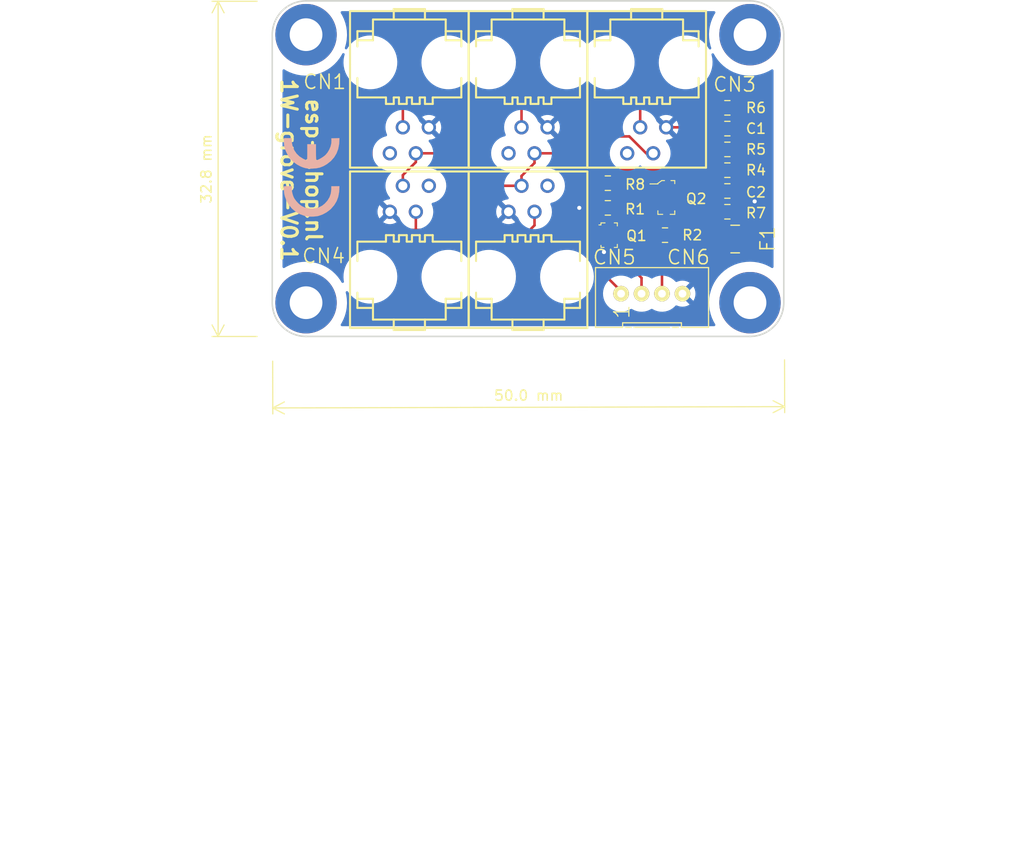
<source format=kicad_pcb>
(kicad_pcb (version 20211014) (generator pcbnew)
  (layers (0 "F.Cu" signal) (31 "B.Cu" signal) (34 "B.Paste" user) (35 "F.Paste" user) (36 "B.SilkS" user "B.Silkscreen") (37 "F.SilkS" user "F.Silkscreen") (38 "B.Mask" user) (39 "F.Mask" user) (44 "Edge.Cuts" user))
  (net 0 "")
  (net 5 "Net-(Q1-Pad3)")
  (net 6 "Net-(C1-Pad1)")
  (net 7 "Net-(C2-Pad1)")
  (net 11 "Net-(F1-Pad2)")
  (net 14 "Net-(CN2-Pad2)")
  (net 15 "Net-(CN2-Pad3)")
  (net 16 "Net-(C1-Pad2)")
  (net 17 "Net-(R4-Pad1)")
  (net 18 "Net-(Q1-Pad1)")
  (net 19 "Net-(Q2-Pad2)")
  (footprint "1w-esp32-v0.4:schroef_3.5mm" (layer "F.Cu") (at 53.3 53.3)
    (fp_text reference "U4" hide)
    (fp_text value "schroef_3.5mm" hide)
    (pad "1" thru_hole circle locked (at 0 0) (size 6 6) (drill 3.2) (layers *.Cu *.Mask))
  )
  (footprint "1w-esp32-v0.4:schroef_3.5mm" (layer "F.Cu") (at 53.3 79.502)
    (fp_text reference "U6" hide)
    (fp_text value "schroef_3.5mm" hide)
    (pad "1" thru_hole circle locked (at 0 0) (size 6 6) (drill 3.2) (layers *.Cu *.Mask))
  )
  (footprint "1w-esp32-v0.4:schroef_3.5mm" (layer "F.Cu") (at 86.75 53.3)
    (fp_text reference "U10" hide)
    (fp_text value "schroef_3.5mm" hide)
    (pad "1" thru_hole circle (at 9.95 0) (size 6 6) (drill 3.2) (layers *.Cu *.Mask))
  )
  (footprint "1w-esp32-v0.4:schroef_3.5mm" (layer "F.Cu") (at 96.774 92.858548)
    (fp_text reference "U11" hide)
    (fp_text value "schroef_3.5mm" hide)
    (pad "1" thru_hole circle (at -0.074 -13.358548) (size 6 6) (drill 3.2) (layers *.Cu *.Mask))
  )
  (footprint "1wire-v0.4:C_0805_2012Metric" (layer "F.Cu") (at 94.488 62.484 180)
    (fp_text reference "C1" (at -2.794 0) (layer "F.SilkS"))
    (fp_text value "100pF")
    (fp_line (start -0.258578 0.71) (end 0.258578 0.71) (layer "F.SilkS") (width 0.12))
    (fp_line (start -0.258578 -0.71) (end 0.258578 -0.71) (layer "F.SilkS") (width 0.12))
    (pad "1" smd roundrect locked (at -0.9375 0 180) (size 0.975 1.4) (layers "F.Cu" "F.Paste" "F.Mask") (net 6 "Net-(C1-Pad1)"))
    (pad "2" smd roundrect locked (at 0.9375 0 180) (size 0.975 1.4) (layers "F.Cu" "F.Paste" "F.Mask") (net 16 "Net-(C1-Pad2)"))
  )
  (footprint "1wire-v0.4:C_0805_2012Metric" (layer "F.Cu") (at 94.488 68.58)
    (fp_text reference "C2" (at 2.794 0.127) (layer "F.SilkS"))
    (fp_text value "100nF")
    (fp_line (start -0.258578 0.71) (end 0.258578 0.71) (layer "F.SilkS") (width 0.12))
    (fp_line (start -0.258578 -0.71) (end 0.258578 -0.71) (layer "F.SilkS") (width 0.12))
    (pad "1" smd roundrect locked (at -0.9375 0) (size 0.975 1.4) (layers "F.Cu" "F.Paste" "F.Mask") (net 7 "Net-(C2-Pad1)"))
    (pad "2" smd roundrect locked (at 0.9375 0) (size 0.975 1.4) (layers "F.Cu" "F.Paste" "F.Mask") (net 16 "Net-(C1-Pad2)"))
  )
  (footprint "1wire-v0.4:SOT-323" (layer "F.Cu") (at 82.931 72.898)
    (fp_text reference "Q1" (at 2.667 0.066) (layer "F.SilkS"))
    (fp_text value "BSS138BKW")
    (fp_line (start -0.8 -1.2) (end -0.8 -1) (layer "F.SilkS") (width 0.1))
    (fp_line (start 0.8 -1.2) (end 0.8 -0.9) (layer "F.SilkS") (width 0.1))
    (fp_line (start 0.8 1.2) (end 0.8 0.9) (layer "F.SilkS") (width 0.1))
    (fp_line (start -0.8 -1) (end -1 -1) (layer "F.SilkS") (width 0.1))
    (fp_line (start -0.8 1.2) (end -0.5 1.2) (layer "F.SilkS") (width 0.1))
    (fp_line (start -0.8 1) (end -0.8 1.2) (layer "F.SilkS") (width 0.1))
    (fp_line (start 0.5 1.2) (end 0.8 1.2) (layer "F.SilkS") (width 0.1))
    (fp_line (start 0.5 -1.2) (end 0.8 -1.2) (layer "F.SilkS") (width 0.1))
    (fp_line (start -0.4 -1.2) (end -0.8 -1.2) (layer "F.SilkS") (width 0.1))
    (pad "1" smd rect locked (at -0.925 -0.65) (size 0.55 0.6) (layers "F.Cu" "F.Paste" "F.Mask") (net 18 "Net-(Q1-Pad1)"))
    (pad "2" smd rect locked (at -0.925 0.65) (size 0.55 0.6) (layers "F.Cu" "F.Paste" "F.Mask") (net 16 "Net-(C1-Pad2)"))
    (pad "3" smd rect locked (at 0.925 0) (size 0.55 0.6) (layers "F.Cu" "F.Paste" "F.Mask") (net 5 "Net-(Q1-Pad3)"))
  )
  (footprint "1wire-v0.4:SOT-23-3" (layer "F.Cu") (at 88.519 69.215)
    (fp_text reference "Q2" (at 2.921 0.127) (layer "F.SilkS"))
    (fp_text value "NX2301P")
    (fp_line (start -0.175 -1.65) (end -0.45 -1.65) (layer "F.SilkS") (width 0.1))
    (fp_line (start 0.45 -1.65) (end 0.825 -1.65) (layer "F.SilkS") (width 0.1))
    (fp_line (start -0.825 1.65) (end -0.825 1.3) (layer "F.SilkS") (width 0.1))
    (fp_line (start -0.825 -1.325) (end -1.6 -1.325) (layer "F.SilkS") (width 0.1))
    (fp_line (start -0.45 -1.65) (end -0.825 -1.375) (layer "F.SilkS") (width 0.1))
    (fp_line (start 0.825 1.65) (end 0.375 1.65) (layer "F.SilkS") (width 0.1))
    (fp_line (start 0.825 1.425) (end 0.825 1.3) (layer "F.SilkS") (width 0.1))
    (fp_line (start 0.825 -1.65) (end 0.825 -1.35) (layer "F.SilkS") (width 0.1))
    (fp_line (start 0.825 1.35) (end 0.825 1.65) (layer "F.SilkS") (width 0.1))
    (fp_line (start -0.825 -1.375) (end -0.825 -1.325) (layer "F.SilkS") (width 0.1))
    (fp_line (start -0.35 1.65) (end -0.825 1.65) (layer "F.SilkS") (width 0.1))
    (pad "1" smd rect locked (at -1.05 -0.95) (size 1.3 0.6) (layers "F.Cu" "F.Paste" "F.Mask") (net 5 "Net-(Q1-Pad3)"))
    (pad "2" smd rect locked (at -1.05 0.95) (size 1.3 0.6) (layers "F.Cu" "F.Paste" "F.Mask") (net 19 "Net-(Q2-Pad2)"))
    (pad "3" smd rect locked (at 1.05 0) (size 1.3 0.6) (layers "F.Cu" "F.Paste" "F.Mask") (net 11 "Net-(F1-Pad2)"))
  )
  (footprint "1wire-v0.4:R_0805_2012Metric" (layer "F.Cu") (at 82.804 70.231)
    (fp_text reference "R1" (at 2.667 0.127) (layer "F.SilkS"))
    (fp_text value "10k")
    (fp_line (start -0.258578 -0.71) (end 0.258578 -0.71) (layer "F.SilkS") (width 0.12))
    (fp_line (start -0.258578 0.71) (end 0.258578 0.71) (layer "F.SilkS") (width 0.12))
    (pad "1" smd roundrect locked (at -0.9375 0) (size 0.975 1.4) (layers "F.Cu" "F.Paste" "F.Mask") (net 16 "Net-(C1-Pad2)"))
    (pad "2" smd roundrect locked (at 0.9375 0) (size 0.975 1.4) (layers "F.Cu" "F.Paste" "F.Mask") (net 18 "Net-(Q1-Pad1)"))
  )
  (footprint "1wire-v0.4:R_0805_2012Metric" (layer "F.Cu") (at 88.392 72.898)
    (fp_text reference "R2" (at 2.667 0) (layer "F.SilkS"))
    (fp_text value "10k")
    (fp_line (start -0.258578 -0.71) (end 0.258578 -0.71) (layer "F.SilkS") (width 0.12))
    (fp_line (start -0.258578 0.71) (end 0.258578 0.71) (layer "F.SilkS") (width 0.12))
    (pad "1" smd roundrect locked (at -0.9375 0) (size 0.975 1.4) (layers "F.Cu" "F.Paste" "F.Mask") (net 5 "Net-(Q1-Pad3)"))
    (pad "2" smd roundrect locked (at 0.9375 0) (size 0.975 1.4) (layers "F.Cu" "F.Paste" "F.Mask") (net 19 "Net-(Q2-Pad2)"))
  )
  (footprint "1wire-v0.4:R_0805_2012Metric" (layer "F.Cu") (at 94.488 66.548)
    (fp_text reference "R4" (at 2.794 0) (layer "F.SilkS"))
    (fp_text value "5.6k")
    (fp_line (start -0.258578 0.71) (end 0.258578 0.71) (layer "F.SilkS") (width 0.12))
    (fp_line (start -0.258578 -0.71) (end 0.258578 -0.71) (layer "F.SilkS") (width 0.12))
    (pad "1" smd roundrect locked (at -0.9375 0) (size 0.975 1.4) (layers "F.Cu" "F.Paste" "F.Mask") (net 17 "Net-(R4-Pad1)"))
    (pad "2" smd roundrect locked (at 0.9375 0) (size 0.975 1.4) (layers "F.Cu" "F.Paste" "F.Mask") (net 11 "Net-(F1-Pad2)"))
  )
  (footprint "1wire-v0.4:R_0805_2012Metric" (layer "F.Cu") (at 94.488 64.516)
    (fp_text reference "R5" (at 2.794 0) (layer "F.SilkS"))
    (fp_text value "22R")
    (fp_line (start -0.258578 0.71) (end 0.258578 0.71) (layer "F.SilkS") (width 0.12))
    (fp_line (start -0.258578 -0.71) (end 0.258578 -0.71) (layer "F.SilkS") (width 0.12))
    (pad "1" smd roundrect locked (at -0.9375 0) (size 0.975 1.4) (layers "F.Cu" "F.Paste" "F.Mask") (net 17 "Net-(R4-Pad1)"))
    (pad "2" smd roundrect locked (at 0.9375 0) (size 0.975 1.4) (layers "F.Cu" "F.Paste" "F.Mask") (net 6 "Net-(C1-Pad1)"))
  )
  (footprint "1wire-v0.4:R_0805_2012Metric" (layer "F.Cu") (at 94.488 60.452 180)
    (fp_text reference "R6" (at -2.794 0) (layer "F.SilkS"))
    (fp_text value "22R")
    (fp_line (start -0.258578 0.71) (end 0.258578 0.71) (layer "F.SilkS") (width 0.12))
    (fp_line (start -0.258578 -0.71) (end 0.258578 -0.71) (layer "F.SilkS") (width 0.12))
    (pad "1" smd roundrect locked (at -0.9375 0 180) (size 0.975 1.4) (layers "F.Cu" "F.Paste" "F.Mask") (net 6 "Net-(C1-Pad1)"))
    (pad "2" smd roundrect locked (at 0.9375 0 180) (size 0.975 1.4) (layers "F.Cu" "F.Paste" "F.Mask") (net 15 "Net-(CN2-Pad3)"))
  )
  (footprint "1wire-v0.4:R_0805_2012Metric" (layer "F.Cu") (at 82.804 67.818 180)
    (fp_text reference "R8" (at -2.667 -0.127) (layer "F.SilkS"))
    (fp_text value "22R")
    (fp_line (start -0.258578 0.71) (end 0.258578 0.71) (layer "F.SilkS") (width 0.12))
    (fp_line (start -0.258578 -0.71) (end 0.258578 -0.71) (layer "F.SilkS") (width 0.12))
    (pad "1" smd roundrect locked (at -0.9375 0 180) (size 0.975 1.4) (layers "F.Cu" "F.Paste" "F.Mask") (net 7 "Net-(C2-Pad1)"))
    (pad "2" smd roundrect locked (at 0.9375 0 180) (size 0.975 1.4) (layers "F.Cu" "F.Paste" "F.Mask") (net 14 "Net-(CN2-Pad2)"))
  )
  (footprint "1w-esp32-v0.4:rj10-v2" (layer "F.Cu") (at 75 56.896 180)
    (fp_text reference "CN2" hide)
    (fp_text value "RJ10")
    (fp_line (start 5.08 3.937) (end 5.08 3.048) (layer "F.SilkS") (width 0.2032))
    (fp_line (start -5.08 3.048) (end -5.08 3.937) (layer "F.SilkS") (width 0.2032))
    (fp_line (start 5.8 5.9) (end 5.8 -9.4) (layer "F.SilkS") (width 0.2032))
    (fp_line (start -5.8 5.9) (end 5.8 5.9) (layer "F.SilkS") (width 0.2032))
    (fp_line (start -5.08 2.45) (end -5.08 3.048) (layer "F.SilkS") (width 0.2032))
    (fp_line (start 5.08 -0.65) (end 5.08 -2.54) (layer "F.SilkS") (width 0.2032))
    (fp_line (start 3.556 3.937) (end 3.556 5.08) (layer "F.SilkS") (width 0.2032))
    (fp_line (start -1.016 -3.175) (end -1.016 -2.54) (layer "F.SilkS") (width 0.2032))
    (fp_line (start 5.08 -2.54) (end 2.286 -2.54) (layer "F.SilkS") (width 0.2032))
    (fp_line (start 5.08 3.048) (end 3.556 3.048) (layer "F.SilkS") (width 0.2032))
    (fp_line (start -2.286 -3.175) (end -2.286 -2.54) (layer "F.SilkS") (width 0.2032))
    (fp_line (start -2.286 -3.175) (end -1.524 -3.175) (layer "F.SilkS") (width 0.2032))
    (fp_line (start 5.08 3.937) (end 3.556 3.937) (layer "F.SilkS") (width 0.2032))
    (fp_line (start -2.286 -2.54) (end -5.08 -2.54) (layer "F.SilkS") (width 0.2032))
    (fp_line (start -0.254 -3.175) (end -0.254 -2.54) (layer "F.SilkS") (width 0.2032))
    (fp_line (start -3.556 3.937) (end -3.556 5.08) (layer "F.SilkS") (width 0.2032))
    (fp_line (start 1.524 6.096) (end 1.524 5.08) (layer "F.SilkS") (width 0.2032))
    (fp_line (start 2.286 -3.175) (end 2.286 -2.54) (layer "F.SilkS") (width 0.2032))
    (fp_line (start 1.524 -3.175) (end 1.524 -2.54) (layer "F.SilkS") (width 0.2032))
    (fp_line (start -1.524 5.08) (end -1.524 6.096) (layer "F.SilkS") (width 0.2032))
    (fp_line (start -5.08 3.937) (end -3.556 3.937) (layer "F.SilkS") (width 0.2032))
    (fp_line (start -5.8 -9.4) (end -5.8 5.9) (layer "F.SilkS") (width 0.2032))
    (fp_line (start -1.016 -2.54) (end -1.524 -2.54) (layer "F.SilkS") (width 0.2032))
    (fp_line (start -1.524 -3.175) (end -1.524 -2.54) (layer "F.SilkS") (width 0.2032))
    (fp_line (start -5.08 3.048) (end -3.556 3.048) (layer "F.SilkS") (width 0.2032))
    (fp_line (start 5.8 -9.4) (end -5.8 -9.4) (layer "F.SilkS") (width 0.2032))
    (fp_line (start 0.254 -3.175) (end 0.254 -2.54) (layer "F.SilkS") (width 0.2032))
    (fp_line (start -3.556 3.048) (end -3.556 3.937) (layer "F.SilkS") (width 0.2032))
    (fp_line (start 3.556 3.048) (end 3.556 3.937) (layer "F.SilkS") (width 0.2032))
    (fp_line (start -5.08 -2.54) (end -5.08 -0.65) (layer "F.SilkS") (width 0.2032))
    (fp_line (start 1.524 5.08) (end 3.556 5.08) (layer "F.SilkS") (width 0.2032))
    (fp_line (start 0.254 -2.54) (end -0.254 -2.54) (layer "F.SilkS") (width 0.2032))
    (fp_line (start -1.524 6.096) (end 1.524 6.096) (layer "F.SilkS") (width 0.2032))
    (fp_line (start 0.254 -3.175) (end 1.016 -3.175) (layer "F.SilkS") (width 0.2032))
    (fp_line (start 5.08 3.048) (end 5.08 2.45) (layer "F.SilkS") (width 0.2032))
    (fp_line (start 1.016 -3.175) (end 1.016 -2.54) (layer "F.SilkS") (width 0.2032))
    (fp_line (start 1.524 -2.54) (end 1.016 -2.54) (layer "F.SilkS") (width 0.2032))
    (fp_line (start 1.524 -3.175) (end 2.286 -3.175) (layer "F.SilkS") (width 0.2032))
    (fp_line (start -1.524 5.08) (end 1.524 5.08) (layer "F.SilkS") (width 0.2032))
    (fp_line (start -1.016 -3.175) (end -0.254 -3.175) (layer "F.SilkS") (width 0.2032))
    (fp_line (start -3.556 5.08) (end -1.524 5.08) (layer "F.SilkS") (width 0.2032))
    (pad "" np_thru_hole circle (at -3.81 0.889 180) (size 3.2512 3.2512) (drill 3.2512) (layers *.Cu *.Mask))
    (pad "" np_thru_hole circle (at 3.81 0.889 180) (size 3.2512 3.2512) (drill 3.2512) (layers *.Cu *.Mask))
    (pad "1" thru_hole circle (at -1.905 -5.461 180) (size 1.397 1.397) (drill 0.889) (layers *.Cu *.Mask) (net 16 "Net-(C1-Pad2)"))
    (pad "2" thru_hole circle (at -0.635 -8.001 180) (size 1.397 1.397) (drill 0.889) (layers *.Cu *.Mask) (net 14 "Net-(CN2-Pad2)"))
    (pad "3" thru_hole circle (at 0.635 -5.461 180) (size 1.397 1.397) (drill 0.889) (layers *.Cu *.Mask) (net 15 "Net-(CN2-Pad3)"))
    (pad "4" thru_hole circle (at 1.905 -8.001 180) (size 1.397 1.397) (drill 0.889) (layers *.Cu *.Mask))
  )
  (footprint "1w-esp32-v0.4:rj10-v2" (layer "F.Cu") (at 86.6 56.896 180)
    (fp_text reference "CN3" (at -8.597 -1.27) (layer "F.SilkS") (effects (font (size 1.40122 1.40122))))
    (fp_text value "RJ10")
    (fp_line (start -5.08 3.048) (end -3.556 3.048) (layer "F.SilkS") (width 0.2032))
    (fp_line (start -5.8 5.9) (end 5.8 5.9) (layer "F.SilkS") (width 0.2032))
    (fp_line (start 5.08 -2.54) (end 2.286 -2.54) (layer "F.SilkS") (width 0.2032))
    (fp_line (start -1.016 -3.175) (end -0.254 -3.175) (layer "F.SilkS") (width 0.2032))
    (fp_line (start 5.8 5.9) (end 5.8 -9.4) (layer "F.SilkS") (width 0.2032))
    (fp_line (start -0.254 -3.175) (end -0.254 -2.54) (layer "F.SilkS") (width 0.2032))
    (fp_line (start -1.016 -3.175) (end -1.016 -2.54) (layer "F.SilkS") (width 0.2032))
    (fp_line (start -1.524 5.08) (end 1.524 5.08) (layer "F.SilkS") (width 0.2032))
    (fp_line (start -2.286 -3.175) (end -1.524 -3.175) (layer "F.SilkS") (width 0.2032))
    (fp_line (start 3.556 3.048) (end 3.556 3.937) (layer "F.SilkS") (width 0.2032))
    (fp_line (start -5.8 -9.4) (end -5.8 5.9) (layer "F.SilkS") (width 0.2032))
    (fp_line (start 1.016 -3.175) (end 1.016 -2.54) (layer "F.SilkS") (width 0.2032))
    (fp_line (start -1.524 -3.175) (end -1.524 -2.54) (layer "F.SilkS") (width 0.2032))
    (fp_line (start -5.08 -2.54) (end -5.08 -0.65) (layer "F.SilkS") (width 0.2032))
    (fp_line (start 1.524 -3.175) (end 1.524 -2.54) (layer "F.SilkS") (width 0.2032))
    (fp_line (start 0.254 -3.175) (end 1.016 -3.175) (layer "F.SilkS") (width 0.2032))
    (fp_line (start -1.524 6.096) (end 1.524 6.096) (layer "F.SilkS") (width 0.2032))
    (fp_line (start 1.524 -3.175) (end 2.286 -3.175) (layer "F.SilkS") (width 0.2032))
    (fp_line (start 5.08 3.937) (end 5.08 3.048) (layer "F.SilkS") (width 0.2032))
    (fp_line (start 2.286 -3.175) (end 2.286 -2.54) (layer "F.SilkS") (width 0.2032))
    (fp_line (start 1.524 -2.54) (end 1.016 -2.54) (layer "F.SilkS") (width 0.2032))
    (fp_line (start 1.524 6.096) (end 1.524 5.08) (layer "F.SilkS") (width 0.2032))
    (fp_line (start 5.08 3.048) (end 5.08 2.45) (layer "F.SilkS") (width 0.2032))
    (fp_line (start -5.08 2.45) (end -5.08 3.048) (layer "F.SilkS") (width 0.2032))
    (fp_line (start 5.8 -9.4) (end -5.8 -9.4) (layer "F.SilkS") (width 0.2032))
    (fp_line (start 5.08 3.048) (end 3.556 3.048) (layer "F.SilkS") (width 0.2032))
    (fp_line (start 1.524 5.08) (end 3.556 5.08) (layer "F.SilkS") (width 0.2032))
    (fp_line (start -5.08 3.937) (end -3.556 3.937) (layer "F.SilkS") (width 0.2032))
    (fp_line (start -2.286 -2.54) (end -5.08 -2.54) (layer "F.SilkS") (width 0.2032))
    (fp_line (start 3.556 3.937) (end 3.556 5.08) (layer "F.SilkS") (width 0.2032))
    (fp_line (start 5.08 -0.65) (end 5.08 -2.54) (layer "F.SilkS") (width 0.2032))
    (fp_line (start 0.254 -3.175) (end 0.254 -2.54) (layer "F.SilkS") (width 0.2032))
    (fp_line (start -1.524 5.08) (end -1.524 6.096) (layer "F.SilkS") (width 0.2032))
    (fp_line (start -3.556 3.937) (end -3.556 5.08) (layer "F.SilkS") (width 0.2032))
    (fp_line (start -2.286 -3.175) (end -2.286 -2.54) (layer "F.SilkS") (width 0.2032))
    (fp_line (start -5.08 3.048) (end -5.08 3.937) (layer "F.SilkS") (width 0.2032))
    (fp_line (start -3.556 5.08) (end -1.524 5.08) (layer "F.SilkS") (width 0.2032))
    (fp_line (start 5.08 3.937) (end 3.556 3.937) (layer "F.SilkS") (width 0.2032))
    (fp_line (start 0.254 -2.54) (end -0.254 -2.54) (layer "F.SilkS") (width 0.2032))
    (fp_line (start -1.016 -2.54) (end -1.524 -2.54) (layer "F.SilkS") (width 0.2032))
    (fp_line (start -3.556 3.048) (end -3.556 3.937) (layer "F.SilkS") (width 0.2032))
    (pad "" np_thru_hole circle (at -3.81 0.889 180) (size 3.2512 3.2512) (drill 3.2512) (layers *.Cu *.Mask))
    (pad "" np_thru_hole circle (at 3.81 0.889 180) (size 3.2512 3.2512) (drill 3.2512) (layers *.Cu *.Mask))
    (pad "1" thru_hole circle (at -1.905 -5.461 180) (size 1.397 1.397) (drill 0.889) (layers *.Cu *.Mask) (net 16 "Net-(C1-Pad2)"))
    (pad "2" thru_hole circle (at -0.635 -8.001 180) (size 1.397 1.397) (drill 0.889) (layers *.Cu *.Mask) (net 14 "Net-(CN2-Pad2)"))
    (pad "3" thru_hole circle (at 0.635 -5.461 180) (size 1.397 1.397) (drill 0.889) (layers *.Cu *.Mask) (net 15 "Net-(CN2-Pad3)"))
    (pad "4" thru_hole circle (at 1.905 -8.001 180) (size 1.397 1.397) (drill 0.889) (layers *.Cu *.Mask))
  )
  (footprint "1w-esp32-v0.4:rj10-v2" (layer "F.Cu") (at 63.4 76.074)
    (fp_text reference "CN4" (at -8.382 -1.144) (layer "F.SilkS") (effects (font (size 1.40122 1.40122))))
    (fp_text value "RJ10")
    (fp_line (start -1.016 -3.175) (end -1.016 -2.54) (layer "F.SilkS") (width 0.2032))
    (fp_line (start -5.08 3.937) (end -3.556 3.937) (layer "F.SilkS") (width 0.2032))
    (fp_line (start 2.286 -3.175) (end 2.286 -2.54) (layer "F.SilkS") (width 0.2032))
    (fp_line (start 5.08 -2.54) (end 2.286 -2.54) (layer "F.SilkS") (width 0.2032))
    (fp_line (start 5.08 3.048) (end 5.08 2.45) (layer "F.SilkS") (width 0.2032))
    (fp_line (start -5.08 3.048) (end -3.556 3.048) (layer "F.SilkS") (width 0.2032))
    (fp_line (start 5.08 3.048) (end 3.556 3.048) (layer "F.SilkS") (width 0.2032))
    (fp_line (start 0.254 -3.175) (end 0.254 -2.54) (layer "F.SilkS") (width 0.2032))
    (fp_line (start 1.524 6.096) (end 1.524 5.08) (layer "F.SilkS") (width 0.2032))
    (fp_line (start -5.08 2.45) (end -5.08 3.048) (layer "F.SilkS") (width 0.2032))
    (fp_line (start -5.08 -2.54) (end -5.08 -0.65) (layer "F.SilkS") (width 0.2032))
    (fp_line (start -3.556 3.937) (end -3.556 5.08) (layer "F.SilkS") (width 0.2032))
    (fp_line (start 1.524 -2.54) (end 1.016 -2.54) (layer "F.SilkS") (width 0.2032))
    (fp_line (start -1.016 -2.54) (end -1.524 -2.54) (layer "F.SilkS") (width 0.2032))
    (fp_line (start 3.556 3.937) (end 3.556 5.08) (layer "F.SilkS") (width 0.2032))
    (fp_line (start -2.286 -2.54) (end -5.08 -2.54) (layer "F.SilkS") (width 0.2032))
    (fp_line (start -2.286 -3.175) (end -2.286 -2.54) (layer "F.SilkS") (width 0.2032))
    (fp_line (start -1.524 6.096) (end 1.524 6.096) (layer "F.SilkS") (width 0.2032))
    (fp_line (start -5.8 5.9) (end 5.8 5.9) (layer "F.SilkS") (width 0.2032))
    (fp_line (start 5.8 5.9) (end 5.8 -9.4) (layer "F.SilkS") (width 0.2032))
    (fp_line (start 1.524 -3.175) (end 2.286 -3.175) (layer "F.SilkS") (width 0.2032))
    (fp_line (start -1.524 -3.175) (end -1.524 -2.54) (layer "F.SilkS") (width 0.2032))
    (fp_line (start 5.08 3.937) (end 5.08 3.048) (layer "F.SilkS") (width 0.2032))
    (fp_line (start -2.286 -3.175) (end -1.524 -3.175) (layer "F.SilkS") (width 0.2032))
    (fp_line (start -0.254 -3.175) (end -0.254 -2.54) (layer "F.SilkS") (width 0.2032))
    (fp_line (start -1.524 5.08) (end 1.524 5.08) (layer "F.SilkS") (width 0.2032))
    (fp_line (start 3.556 3.048) (end 3.556 3.937) (layer "F.SilkS") (width 0.2032))
    (fp_line (start -5.8 -9.4) (end -5.8 5.9) (layer "F.SilkS") (width 0.2032))
    (fp_line (start -5.08 3.048) (end -5.08 3.937) (layer "F.SilkS") (width 0.2032))
    (fp_line (start 5.8 -9.4) (end -5.8 -9.4) (layer "F.SilkS") (width 0.2032))
    (fp_line (start -1.524 5.08) (end -1.524 6.096) (layer "F.SilkS") (width 0.2032))
    (fp_line (start 5.08 3.937) (end 3.556 3.937) (layer "F.SilkS") (width 0.2032))
    (fp_line (start 0.254 -3.175) (end 1.016 -3.175) (layer "F.SilkS") (width 0.2032))
    (fp_line (start -1.016 -3.175) (end -0.254 -3.175) (layer "F.SilkS") (width 0.2032))
    (fp_line (start 1.524 5.08) (end 3.556 5.08) (layer "F.SilkS") (width 0.2032))
    (fp_line (start -3.556 5.08) (end -1.524 5.08) (layer "F.SilkS") (width 0.2032))
    (fp_line (start -3.556 3.048) (end -3.556 3.937) (layer "F.SilkS") (width 0.2032))
    (fp_line (start 0.254 -2.54) (end -0.254 -2.54) (layer "F.SilkS") (width 0.2032))
    (fp_line (start 1.524 -3.175) (end 1.524 -2.54) (layer "F.SilkS") (width 0.2032))
    (fp_line (start 5.08 -0.65) (end 5.08 -2.54) (layer "F.SilkS") (width 0.2032))
    (fp_line (start 1.016 -3.175) (end 1.016 -2.54) (layer "F.SilkS") (width 0.2032))
    (pad "" np_thru_hole circle (at 3.81 0.889) (size 3.2512 3.2512) (drill 3.2512) (layers *.Cu *.Mask))
    (pad "" np_thru_hole circle (at -3.81 0.889) (size 3.2512 3.2512) (drill 3.2512) (layers *.Cu *.Mask))
    (pad "1" thru_hole circle (at -1.905 -5.461) (size 1.397 1.397) (drill 0.889) (layers *.Cu *.Mask) (net 16 "Net-(C1-Pad2)"))
    (pad "2" thru_hole circle (at -0.635 -8.001) (size 1.397 1.397) (drill 0.889) (layers *.Cu *.Mask) (net 14 "Net-(CN2-Pad2)"))
    (pad "3" thru_hole circle (at 0.635 -5.461) (size 1.397 1.397) (drill 0.889) (layers *.Cu *.Mask) (net 15 "Net-(CN2-Pad3)"))
    (pad "4" thru_hole circle (at 1.905 -8.001) (size 1.397 1.397) (drill 0.889) (layers *.Cu *.Mask))
  )
  (footprint "1wire-v0.4:C1210" (layer "F.Cu") (at 95.25 73.279)
    (fp_text reference "F1" (at 3.175 0 90) (layer "F.SilkS") (effects (font (size 1.4 1.4))))
    (fp_text value "Polyfuse_Small")
    (fp_line (start -0.42 1.35) (end 0.42 1.35) (layer "F.SilkS") (width 0.127))
    (fp_line (start -0.42 -1.35) (end 0.42 -1.35) (layer "F.SilkS") (width 0.127))
    (pad "1" smd rect locked (at -1.421 0) (size 1.37 2.72) (layers "F.Cu" "F.Paste" "F.Mask") (net 7 "Net-(C2-Pad1)"))
    (pad "2" smd rect locked (at 1.421 0) (size 1.37 2.72) (layers "F.Cu" "F.Paste" "F.Mask") (net 11 "Net-(F1-Pad2)"))
  )
  (footprint "1w-esp32-v0.4:rj10-v2" (layer "F.Cu") (at 63.4 56.896 180)
    (fp_text reference "CN1" (at 8.282 -1.016 180) (layer "F.SilkS") (effects (font (size 1.40122 1.40122))))
    (fp_text value "RJ10")
    (fp_line (start 0.254 -2.54) (end -0.254 -2.54) (layer "F.SilkS") (width 0.2032))
    (fp_line (start -1.016 -3.175) (end -1.016 -2.54) (layer "F.SilkS") (width 0.2032))
    (fp_line (start -5.08 -2.54) (end -5.08 -0.65) (layer "F.SilkS") (width 0.2032))
    (fp_line (start -1.016 -3.175) (end -0.254 -3.175) (layer "F.SilkS") (width 0.2032))
    (fp_line (start 1.524 5.08) (end 3.556 5.08) (layer "F.SilkS") (width 0.2032))
    (fp_line (start 1.524 -3.175) (end 2.286 -3.175) (layer "F.SilkS") (width 0.2032))
    (fp_line (start -5.08 3.048) (end -5.08 3.937) (layer "F.SilkS") (width 0.2032))
    (fp_line (start -2.286 -2.54) (end -5.08 -2.54) (layer "F.SilkS") (width 0.2032))
    (fp_line (start -5.08 3.937) (end -3.556 3.937) (layer "F.SilkS") (width 0.2032))
    (fp_line (start -1.524 6.096) (end 1.524 6.096) (layer "F.SilkS") (width 0.2032))
    (fp_line (start 5.08 3.937) (end 5.08 3.048) (layer "F.SilkS") (width 0.2032))
    (fp_line (start 3.556 3.048) (end 3.556 3.937) (layer "F.SilkS") (width 0.2032))
    (fp_line (start -0.254 -3.175) (end -0.254 -2.54) (layer "F.SilkS") (width 0.2032))
    (fp_line (start -3.556 3.937) (end -3.556 5.08) (layer "F.SilkS") (width 0.2032))
    (fp_line (start -1.016 -2.54) (end -1.524 -2.54) (layer "F.SilkS") (width 0.2032))
    (fp_line (start -2.286 -3.175) (end -2.286 -2.54) (layer "F.SilkS") (width 0.2032))
    (fp_line (start 0.254 -3.175) (end 1.016 -3.175) (layer "F.SilkS") (width 0.2032))
    (fp_line (start -1.524 -3.175) (end -1.524 -2.54) (layer "F.SilkS") (width 0.2032))
    (fp_line (start 5.08 -2.54) (end 2.286 -2.54) (layer "F.SilkS") (width 0.2032))
    (fp_line (start 5.8 5.9) (end 5.8 -9.4) (layer "F.SilkS") (width 0.2032))
    (fp_line (start 0.254 -3.175) (end 0.254 -2.54) (layer "F.SilkS") (width 0.2032))
    (fp_line (start -3.556 5.08) (end -1.524 5.08) (layer "F.SilkS") (width 0.2032))
    (fp_line (start -1.524 5.08) (end -1.524 6.096) (layer "F.SilkS") (width 0.2032))
    (fp_line (start 5.08 3.937) (end 3.556 3.937) (layer "F.SilkS") (width 0.2032))
    (fp_line (start -5.08 3.048) (end -3.556 3.048) (layer "F.SilkS") (width 0.2032))
    (fp_line (start 5.08 -0.65) (end 5.08 -2.54) (layer "F.SilkS") (width 0.2032))
    (fp_line (start 5.8 -9.4) (end -5.8 -9.4) (layer "F.SilkS") (width 0.2032))
    (fp_line (start -5.08 2.45) (end -5.08 3.048) (layer "F.SilkS") (width 0.2032))
    (fp_line (start 1.524 6.096) (end 1.524 5.08) (layer "F.SilkS") (width 0.2032))
    (fp_line (start 5.08 3.048) (end 5.08 2.45) (layer "F.SilkS") (width 0.2032))
    (fp_line (start -5.8 5.9) (end 5.8 5.9) (layer "F.SilkS") (width 0.2032))
    (fp_line (start -1.524 5.08) (end 1.524 5.08) (layer "F.SilkS") (width 0.2032))
    (fp_line (start 3.556 3.937) (end 3.556 5.08) (layer "F.SilkS") (width 0.2032))
    (fp_line (start -2.286 -3.175) (end -1.524 -3.175) (layer "F.SilkS") (width 0.2032))
    (fp_line (start -3.556 3.048) (end -3.556 3.937) (layer "F.SilkS") (width 0.2032))
    (fp_line (start 1.016 -3.175) (end 1.016 -2.54) (layer "F.SilkS") (width 0.2032))
    (fp_line (start 1.524 -3.175) (end 1.524 -2.54) (layer "F.SilkS") (width 0.2032))
    (fp_line (start 5.08 3.048) (end 3.556 3.048) (layer "F.SilkS") (width 0.2032))
    (fp_line (start -5.8 -9.4) (end -5.8 5.9) (layer "F.SilkS") (width 0.2032))
    (fp_line (start 1.524 -2.54) (end 1.016 -2.54) (layer "F.SilkS") (width 0.2032))
    (fp_line (start 2.286 -3.175) (end 2.286 -2.54) (layer "F.SilkS") (width 0.2032))
    (pad "" np_thru_hole circle (at -3.81 0.889 180) (size 3.2512 3.2512) (drill 3.2512) (layers *.Cu *.Mask))
    (pad "" np_thru_hole circle (at 3.81 0.889 180) (size 3.2512 3.2512) (drill 3.2512) (layers *.Cu *.Mask))
    (pad "1" thru_hole circle (at -1.905 -5.461 180) (size 1.397 1.397) (drill 0.889) (layers *.Cu *.Mask) (net 16 "Net-(C1-Pad2)"))
    (pad "2" thru_hole circle (at -0.635 -8.001 180) (size 1.397 1.397) (drill 0.889) (layers *.Cu *.Mask) (net 14 "Net-(CN2-Pad2)"))
    (pad "3" thru_hole circle (at 0.635 -5.461 180) (size 1.397 1.397) (drill 0.889) (layers *.Cu *.Mask) (net 15 "Net-(CN2-Pad3)"))
    (pad "4" thru_hole circle (at 1.905 -8.001 180) (size 1.397 1.397) (drill 0.889) (layers *.Cu *.Mask))
  )
  (footprint "grove:grove-v0.1" (layer "F.Cu") (at 84.097 78.619 90)
    (fp_text reference "CN6" (at 3.562 6.581 180) (layer "F.SilkS") (effects (font (size 1.4 1.4))))
    (fp_text value "grove")
    (fp_text user "1" (at -1.775 0.075 90) (layer "F.SilkS") (effects (font (size 1.5 1.5) (thickness 0.12))))
    (fp_line (start -3.3 5) (end -3.3 5.6) (layer "F.SilkS") (width 0.12))
    (fp_line (start -3.3 5.9) (end -3.3 8.55) (layer "F.SilkS") (width 0.12))
    (fp_line (start -3.3 -2.5) (end 2.55 -2.5) (layer "F.SilkS") (width 0.12))
    (fp_line (start -3.3 -2.5) (end -3.3 0.15) (layer "F.SilkS") (width 0.12))
    (fp_line (start -3.3 0.4) (end -3.3 1) (layer "F.SilkS") (width 0.12))
    (fp_line (start 2.55 -2.5) (end 2.55 8.55) (layer "F.SilkS") (width 0.12))
    (fp_line (start -3.3 8.55) (end 2.55 8.55) (layer "F.SilkS") (width 0.12))
    (fp_line (start -2.85 5.9) (end -3.3 5.9) (layer "F.SilkS") (width 0.12))
    (fp_line (start -2.85 0.15) (end -3.3 0.15) (layer "F.SilkS") (width 0.12))
    (fp_line (start -2.85 0.15) (end -2.85 5.9) (layer "F.SilkS") (width 0.12))
    (fp_line (start -3.3 1.25) (end -3.3 4.75) (layer "F.SilkS") (width 0.12))
    (pad "1" thru_hole circle (at 0 0 90) (size 1.524 1.524) (drill 0.762) (layers *.Cu *.Mask "F.SilkS") (net 17 "Net-(R4-Pad1)"))
    (pad "2" thru_hole circle (at 0 2 90) (size 1.524 1.524) (drill 0.762) (layers *.Cu *.Mask "F.SilkS") (net 18 "Net-(Q1-Pad1)"))
    (pad "3" thru_hole circle (at 0 4 90) (size 1.524 1.524) (drill 0.762) (layers *.Cu *.Mask "F.SilkS") (net 19 "Net-(Q2-Pad2)"))
    (pad "4" thru_hole circle (at 0 6 90) (size 1.524 1.524) (drill 0.762) (layers *.Cu *.Mask "F.SilkS") (net 16 "Net-(C1-Pad2)"))
  )
  (footprint "1wire-v0.4:R_0805_2012Metric" (layer "F.Cu") (at 94.488 70.612 180)
    (fp_text reference "R7" (at -2.794 -0.127) (layer "F.SilkS"))
    (fp_text value "10k")
    (fp_line (start -0.258578 0.71) (end 0.258578 0.71) (layer "F.SilkS") (width 0.12))
    (fp_line (start -0.258578 -0.71) (end 0.258578 -0.71) (layer "F.SilkS") (width 0.12))
    (pad "1" smd roundrect locked (at -0.9375 0 180) (size 0.975 1.4) (layers "F.Cu" "F.Paste" "F.Mask") (net 16 "Net-(C1-Pad2)"))
    (pad "2" smd roundrect locked (at 0.9375 0 180) (size 0.975 1.4) (layers "F.Cu" "F.Paste" "F.Mask") (net 7 "Net-(C2-Pad1)"))
  )
  (footprint "1w-esp32-v0.4:rj10-v2" (layer "F.Cu") (at 75 76.074)
    (fp_text reference "CN5" (at 8.439 -1.017) (layer "F.SilkS") (effects (font (size 1.40122 1.40122))))
    (fp_text value "RJ10")
    (fp_line (start -1.524 5.08) (end 1.524 5.08) (layer "F.SilkS") (width 0.2032))
    (fp_line (start 1.524 6.096) (end 1.524 5.08) (layer "F.SilkS") (width 0.2032))
    (fp_line (start -2.286 -2.54) (end -5.08 -2.54) (layer "F.SilkS") (width 0.2032))
    (fp_line (start 0.254 -3.175) (end 0.254 -2.54) (layer "F.SilkS") (width 0.2032))
    (fp_line (start -3.556 3.937) (end -3.556 5.08) (layer "F.SilkS") (width 0.2032))
    (fp_line (start 5.08 -2.54) (end 2.286 -2.54) (layer "F.SilkS") (width 0.2032))
    (fp_line (start 2.286 -3.175) (end 2.286 -2.54) (layer "F.SilkS") (width 0.2032))
    (fp_line (start 5.08 3.937) (end 3.556 3.937) (layer "F.SilkS") (width 0.2032))
    (fp_line (start 1.524 -3.175) (end 1.524 -2.54) (layer "F.SilkS") (width 0.2032))
    (fp_line (start -5.08 3.048) (end -3.556 3.048) (layer "F.SilkS") (width 0.2032))
    (fp_line (start -2.286 -3.175) (end -2.286 -2.54) (layer "F.SilkS") (width 0.2032))
    (fp_line (start -5.08 -2.54) (end -5.08 -0.65) (layer "F.SilkS") (width 0.2032))
    (fp_line (start 3.556 3.048) (end 3.556 3.937) (layer "F.SilkS") (width 0.2032))
    (fp_line (start -5.08 2.45) (end -5.08 3.048) (layer "F.SilkS") (width 0.2032))
    (fp_line (start -1.524 6.096) (end 1.524 6.096) (layer "F.SilkS") (width 0.2032))
    (fp_line (start -5.08 3.937) (end -3.556 3.937) (layer "F.SilkS") (width 0.2032))
    (fp_line (start -5.08 3.048) (end -5.08 3.937) (layer "F.SilkS") (width 0.2032))
    (fp_line (start -0.254 -3.175) (end -0.254 -2.54) (layer "F.SilkS") (width 0.2032))
    (fp_line (start 3.556 3.937) (end 3.556 5.08) (layer "F.SilkS") (width 0.2032))
    (fp_line (start 5.08 3.048) (end 3.556 3.048) (layer "F.SilkS") (width 0.2032))
    (fp_line (start 1.016 -3.175) (end 1.016 -2.54) (layer "F.SilkS") (width 0.2032))
    (fp_line (start -1.524 -3.175) (end -1.524 -2.54) (layer "F.SilkS") (width 0.2032))
    (fp_line (start 5.8 -9.4) (end -5.8 -9.4) (layer "F.SilkS") (width 0.2032))
    (fp_line (start 5.08 3.937) (end 5.08 3.048) (layer "F.SilkS") (width 0.2032))
    (fp_line (start 1.524 -3.175) (end 2.286 -3.175) (layer "F.SilkS") (width 0.2032))
    (fp_line (start 5.8 5.9) (end 5.8 -9.4) (layer "F.SilkS") (width 0.2032))
    (fp_line (start 0.254 -2.54) (end -0.254 -2.54) (layer "F.SilkS") (width 0.2032))
    (fp_line (start 0.254 -3.175) (end 1.016 -3.175) (layer "F.SilkS") (width 0.2032))
    (fp_line (start -1.016 -3.175) (end -1.016 -2.54) (layer "F.SilkS") (width 0.2032))
    (fp_line (start -3.556 5.08) (end -1.524 5.08) (layer "F.SilkS") (width 0.2032))
    (fp_line (start 1.524 -2.54) (end 1.016 -2.54) (layer "F.SilkS") (width 0.2032))
    (fp_line (start -1.016 -2.54) (end -1.524 -2.54) (layer "F.SilkS") (width 0.2032))
    (fp_line (start -5.8 -9.4) (end -5.8 5.9) (layer "F.SilkS") (width 0.2032))
    (fp_line (start -3.556 3.048) (end -3.556 3.937) (layer "F.SilkS") (width 0.2032))
    (fp_line (start 1.524 5.08) (end 3.556 5.08) (layer "F.SilkS") (width 0.2032))
    (fp_line (start 5.08 3.048) (end 5.08 2.45) (layer "F.SilkS") (width 0.2032))
    (fp_line (start -5.8 5.9) (end 5.8 5.9) (layer "F.SilkS") (width 0.2032))
    (fp_line (start -2.286 -3.175) (end -1.524 -3.175) (layer "F.SilkS") (width 0.2032))
    (fp_line (start 5.08 -0.65) (end 5.08 -2.54) (layer "F.SilkS") (width 0.2032))
    (fp_line (start -1.016 -3.175) (end -0.254 -3.175) (layer "F.SilkS") (width 0.2032))
    (fp_line (start -1.524 5.08) (end -1.524 6.096) (layer "F.SilkS") (width 0.2032))
    (pad "" np_thru_hole circle (at -3.81 0.889) (size 3.2512 3.2512) (drill 3.2512) (layers *.Cu *.Mask))
    (pad "" np_thru_hole circle (at 3.81 0.889) (size 3.2512 3.2512) (drill 3.2512) (layers *.Cu *.Mask))
    (pad "1" thru_hole circle (at -1.905 -5.461) (size 1.397 1.397) (drill 0.889) (layers *.Cu *.Mask) (net 16 "Net-(C1-Pad2)"))
    (pad "2" thru_hole circle (at -0.635 -8.001) (size 1.397 1.397) (drill 0.889) (layers *.Cu *.Mask) (net 14 "Net-(CN2-Pad2)"))
    (pad "3" thru_hole circle (at 0.635 -5.461) (size 1.397 1.397) (drill 0.889) (layers *.Cu *.Mask) (net 15 "Net-(CN2-Pad3)"))
    (pad "4" thru_hole circle (at 1.905 -8.001) (size 1.397 1.397) (drill 0.889) (layers *.Cu *.Mask))
  )
  (footprint "1w-esp32-v0.4:CE-140" (layer "B.Cu") (at 53.848 67.31 90)
    (fp_text reference "U3" hide)
    (fp_text value "CE-mark" hide)
    (fp_poly (pts (xy 3.885753 2.323972) (xy 3.8735 1.92628) (xy 3.719911 1.939605) (xy 3.414807 1.929133) (xy 3.090452 1.853559) (xy 2.768997 1.721639) (xy 2.47259 1.542127) (xy 2.261251 1.363048) (xy 2.149314 1.23398) (xy 2.031191 1.070002) (xy 1.918823 0.891365) (xy 1.824154 0.718321) (xy 1.759127 0.571119) (xy 1.735666 0.471808) (xy 1.764654 0.453092) (xy 1.855514 0.439251) (xy 2.01409 0.429922) (xy 2.246227 0.424744) (xy 2.518833 0.423333) (xy 3.302 0.423333) (xy 3.302 -0.423333) (xy 2.518833 -0.423333) (xy 2.234997 -0.424421) (xy 2.025819 -0.428174) (xy 1.88131 -0.435332) (xy 1.791482 -0.44663) (xy 1.746349 -0.462806) (xy 1.735666 -0.481145) (xy 1.753697 -0.544328) (xy 1.801533 -0.660251) (xy 1.869786 -0.806603) (xy 1.88872 -0.844895) (xy 2.10505 -1.186198) (xy 2.380215 -1.471836) (xy 2.704514 -1.695854) (xy 3.068248 -1.852301) (xy 3.461716 -1.935222) (xy 3.685083 -1.947333) (xy 3.894666 -1.947333) (xy 3.894666 -2.709333) (xy 3.545416 -2.706547) (xy 3.343282 -2.697241) (xy 3.138791 -2.675356) (xy 2.97373 -2.645466) (xy 2.963333 -2.642828) (xy 2.690089 -2.550008) (xy 2.395999 -2.414757) (xy 2.112693 -2.253825) (xy 1.871803 -2.083961) (xy 1.811724 -2.033038) (xy 1.546198 -1.751826) (xy 1.308379 -1.416326) (xy 1.117774 -1.056518) (xy 1.031932 -0.834581) (xy 0.978822 -0.65874) (xy 0.944984 -0.503139) (xy 0.926368 -0.33809) (xy 0.918927 -0.133906) (xy 0.91813 0) (xy 0.941421 0.419768) (xy 1.015902 0.790939) (xy 1.148487 1.137085) (xy 1.346089 1.481775) (xy 1.358008 1.499705) (xy 1.6604 1.881396) (xy 2.008553 2.192073) (xy 2.400184 2.430436) (xy 2.833007 2.595183) (xy 3.304739 2.685014) (xy 3.46242 2.697664) (xy 3.898007 2.721663) (xy 3.885753 2.323972)) (layer "B.SilkS") (width 0.01) (fill solid))
    (fp_poly (pts (xy -0.804641 2.32341) (xy -0.804947 1.926167) (xy -1.111557 1.922668) (xy -1.50487 1.877569) (xy -1.872285 1.752193) (xy -2.211636 1.547537) (xy -2.504323 1.282446) (xy -2.705506 1.031838) (xy -2.847404 0.766982) (xy -2.942369 0.47923) (xy -2.999584 0.096518) (xy -2.978784 -0.294646) (xy -2.882279 -0.675952) (xy -2.763116 -0.941681) (xy -2.636334 -1.125917) (xy -2.457314 -1.323441) (xy -2.250442 -1.511523) (xy -2.040102 -1.667436) (xy -1.897933 -1.748088) (xy -1.661552 -1.83898) (xy -1.401852 -1.905428) (xy -1.15253 -1.94039) (xy -0.9773 -1.940424) (xy -0.804334 -1.923929) (xy -0.804334 -2.709333) (xy -1.153584 -2.706326) (xy -1.428518 -2.688683) (xy -1.695774 -2.645005) (xy -1.791591 -2.620986) (xy -2.240112 -2.450886) (xy -2.64521 -2.212023) (xy -3.000162 -1.911238) (xy -3.298246 -1.55537) (xy -3.532739 -1.15126) (xy -3.696917 -0.705749) (xy -3.705478 -0.673668) (xy -3.753043 -0.40532) (xy -3.773843 -0.09165) (xy -3.767897 0.232344) (xy -3.735224 0.531665) (xy -3.704774 0.677333) (xy -3.565114 1.071549) (xy -3.359873 1.453945) (xy -3.105678 1.795347) (xy -3.007823 1.900155) (xy -2.64749 2.211376) (xy -2.261871 2.443658) (xy -1.843162 2.60048) (xy -1.383561 2.685321) (xy -1.217084 2.69836) (xy -0.804334 2.720653) (xy -0.804641 2.32341)) (layer "B.SilkS") (width 0.01) (fill solid))
  )
  (gr_line (start 53.3 82.8) (end 96.7 82.8) (layer "Edge.Cuts") (width 0.15))
  (gr_line (start 100 53.3) (end 100 79.5) (layer "Edge.Cuts") (width 0.15))
  (gr_arc (start 50 53.3) (mid 50.966548 50.966548) (end 53.3 50) (layer "Edge.Cuts") (width 0.15))
  (gr_line (start 50 53.3) (end 50 79.5) (layer "Edge.Cuts") (width 0.15))
  (gr_arc (start 53.3 82.8) (mid 50.966548 81.833452) (end 50 79.5) (layer "Edge.Cuts") (width 0.15))
  (gr_arc (start 100 79.5) (mid 99.033452 81.833452) (end 96.7 82.8) (layer "Edge.Cuts") (width 0.15))
  (gr_line (start 53.3 50) (end 96.7 50) (layer "Edge.Cuts") (width 0.15))
  (gr_arc (start 96.7 50) (mid 99.033452 50.966548) (end 100 53.3) (layer "Edge.Cuts") (width 0.15))
  (gr_text "esp-shop.nl\n1W-grove-V0.1" (at 52.832 66.548 270) (layer "F.SilkS") (effects (font (size 1.5 1.5) (thickness 0.3))))
  (dimension (type aligned) (layer "F.SilkS") (pts (xy 48.514 82.804) (xy 48.514 50.038)) (height -3.81) (gr_text "32.8 mm" (at 43.554 66.421 90) (layer "F.SilkS") (effects (font (size 1 1) (thickness 0.15)))) (format (units 2) (units_format 1) (precision 1)) (style (thickness 0.12) (arrow_length 1.27) (text_position_mode 0) (extension_height 0.58642) (extension_offset 0) keep_text_aligned))
  (dimension (type aligned) (layer "F.SilkS") (pts (xy 100.076 85.09) (xy 50.038 85.217008)) (height -4.571999) (gr_text "50.0 mm" (at 75.065686 88.575492 0.1454296082) (layer "F.SilkS") (effects (font (size 1 1) (thickness 0.15)))) (format (units 2) (units_format 1) (precision 1)) (style (thickness 0.12) (arrow_length 1.27) (text_position_mode 0) (extension_height 0.58642) (extension_offset 0) keep_text_aligned))
  (segment (start 86.548 68.265) (end 86.106 68.707) (width 0.25) (layer "F.Cu") (net 5))
  (segment (start 83.856 72.898) (end 86.106 72.898) (width 0.25) (layer "F.Cu") (net 5))
  (segment (start 86.106 68.707) (end 86.106 72.898) (width 0.25) (layer "F.Cu") (net 5))
  (segment (start 87.469 68.265) (end 86.548 68.265) (width 0.25) (layer "F.Cu") (net 5))
  (segment (start 86.106 72.898) (end 87.4545 72.898) (width 0.25) (layer "F.Cu") (net 5))
  (segment (start 95.4255 64.516) (end 95.4255 60.452) (width 0.25) (layer "F.Cu") (net 6))
  (segment (start 85.852 67.31) (end 91.313 67.31) (width 0.25) (layer "F.Cu") (net 7))
  (segment (start 93.5505 70.612) (end 93.829 70.8905) (width 0.25) (layer "F.Cu") (net 7))
  (segment (start 92.583 68.58) (end 93.5505 68.58) (width 0.25) (layer "F.Cu") (net 7))
  (segment (start 83.7415 67.818) (end 85.344 67.818) (width 0.25) (layer "F.Cu") (net 7))
  (segment (start 93.829 70.8905) (end 93.829 73.279) (width 0.25) (layer "F.Cu") (net 7))
  (segment (start 91.313 67.31) (end 92.583 68.58) (width 0.25) (layer "F.Cu") (net 7))
  (segment (start 93.5505 68.58) (end 93.5505 70.612) (width 0.25) (layer "F.Cu") (net 7))
  (segment (start 85.344 67.818) (end 85.852 67.31) (width 0.25) (layer "F.Cu") (net 7))
  (segment (start 96.671 73.279) (end 97.917 73.279) (width 0.25) (layer "F.Cu") (net 11))
  (segment (start 97.536 66.548) (end 95.4255 66.548) (width 0.25) (layer "F.Cu") (net 11))
  (segment (start 92.075 69.977) (end 92.075 74.93) (width 0.25) (layer "F.Cu") (net 11))
  (segment (start 95.123 75.565) (end 96.671 74.017) (width 0.25) (layer "F.Cu") (net 11))
  (segment (start 97.917 73.279) (end 98.171 73.025) (width 0.25) (layer "F.Cu") (net 11))
  (segment (start 89.569 69.215) (end 91.313 69.215) (width 0.25) (layer "F.Cu") (net 11))
  (segment (start 91.313 69.215) (end 92.075 69.977) (width 0.25) (layer "F.Cu") (net 11))
  (segment (start 98.171 73.025) (end 98.171 67.183) (width 0.25) (layer "F.Cu") (net 11))
  (segment (start 92.075 74.93) (end 92.71 75.565) (width 0.25) (layer "F.Cu") (net 11))
  (segment (start 98.171 67.183) (end 97.536 66.548) (width 0.25) (layer "F.Cu") (net 11))
  (segment (start 96.671 74.017) (end 96.671 73.279) (width 0.25) (layer "F.Cu") (net 11))
  (segment (start 92.71 75.565) (end 95.123 75.565) (width 0.25) (layer "F.Cu") (net 11))
  (segment (start 82.55 63.246) (end 81.8665 63.9295) (width 0.25) (layer "F.Cu") (net 14))
  (segment (start 62.765 68.073) (end 62.765 67.029) (width 0.25) (layer "F.Cu") (net 14))
  (segment (start 67.437 64.897) (end 70.613 68.073) (width 0.25) (layer "F.Cu") (net 14))
  (segment (start 87.235 64.897) (end 86.5505 64.897) (width 0.25) (layer "F.Cu") (net 14))
  (segment (start 62.765 67.029) (end 64.035 65.759) (width 0.25) (layer "F.Cu") (net 14))
  (segment (start 81.8665 63.9295) (end 81.8665 67.818) (width 0.25) (layer "F.Cu") (net 14))
  (segment (start 75.635 65.843) (end 75.635 64.897) (width 0.25) (layer "F.Cu") (net 14))
  (segment (start 84.8995 63.246) (end 82.55 63.246) (width 0.25) (layer "F.Cu") (net 14))
  (segment (start 74.365 67.113) (end 75.635 65.843) (width 0.25) (layer "F.Cu") (net 14))
  (segment (start 75.635 64.897) (end 81.788 64.897) (width 0.25) (layer "F.Cu") (net 14))
  (segment (start 64.035 65.759) (end 64.035 64.897) (width 0.25) (layer "F.Cu") (net 14))
  (segment (start 64.035 64.897) (end 67.437 64.897) (width 0.25) (layer "F.Cu") (net 14))
  (segment (start 70.613 68.073) (end 74.365 68.073) (width 0.25) (layer "F.Cu") (net 14))
  (segment (start 74.365 68.073) (end 74.365 67.113) (width 0.25) (layer "F.Cu") (net 14))
  (segment (start 86.5505 64.897) (end 84.8995 63.246) (width 0.25) (layer "F.Cu") (net 14))
  (segment (start 93.0425 59.944) (end 93.5505 60.452) (width 0.25) (layer "F.Cu") (net 15))
  (segment (start 85.344 59.944) (end 86.106 59.944) (width 0.25) (layer "F.Cu") (net 15))
  (segment (start 75.635 71.939) (end 75.635 70.613) (width 0.25) (layer "F.Cu") (net 15))
  (segment (start 62.765 59.971) (end 62.738 59.944) (width 0.25) (layer "F.Cu") (net 15))
  (segment (start 74.365 60.001) (end 74.422 59.944) (width 0.25) (layer "F.Cu") (net 15))
  (segment (start 74.365 62.357) (end 74.365 60.001) (width 0.25) (layer "F.Cu") (net 15))
  (segment (start 59.69 71.628) (end 59.69 61.976) (width 0.25) (layer "F.Cu") (net 15))
  (segment (start 62.765 62.357) (end 62.765 59.971) (width 0.25) (layer "F.Cu") (net 15))
  (segment (start 74.422 59.944) (end 85.344 59.944) (width 0.25) (layer "F.Cu") (net 15))
  (segment (start 59.69 61.976) (end 61.722 59.944) (width 0.25) (layer "F.Cu") (net 15))
  (segment (start 75.184 72.39) (end 75.635 71.939) (width 0.25) (layer "F.Cu") (net 15))
  (segment (start 63.5 72.39) (end 64.008 72.39) (width 0.25) (layer "F.Cu") (net 15))
  (segment (start 64.035 72.363) (end 64.008 72.39) (width 0.25) (layer "F.Cu") (net 15))
  (segment (start 64.035 70.613) (end 64.035 72.363) (width 0.25) (layer "F.Cu") (net 15))
  (segment (start 60.452 72.39) (end 59.69 71.628) (width 0.25) (layer "F.Cu") (net 15))
  (segment (start 86.106 59.944) (end 93.0425 59.944) (width 0.25) (layer "F.Cu") (net 15))
  (segment (start 61.722 59.944) (end 62.738 59.944) (width 0.25) (layer "F.Cu") (net 15))
  (segment (start 62.738 59.944) (end 74.422 59.944) (width 0.25) (layer "F.Cu") (net 15))
  (segment (start 85.965 60.085) (end 86.106 59.944) (width 0.25) (layer "F.Cu") (net 15))
  (segment (start 63.5 72.39) (end 60.452 72.39) (width 0.25) (layer "F.Cu") (net 15))
  (segment (start 64.008 72.39) (end 75.184 72.39) (width 0.25) (layer "F.Cu") (net 15))
  (segment (start 85.965 62.357) (end 85.965 60.085) (width 0.25) (layer "F.Cu") (net 15))
  (segment (start 95.4255 70.612) (end 95.4255 68.58) (width 0.25) (layer "F.Cu") (net 16))
  (segment (start 82.006 74.132) (end 82.423 74.549) (width 0.25) (layer "F.Cu") (net 16))
  (segment (start 95.4255 68.58) (end 96.139 68.58) (width 0.25) (layer "F.Cu") (net 16))
  (segment (start 93.5505 62.484) (end 93.4235 62.357) (width 0.25) (layer "F.Cu") (net 16))
  (segment (start 82.006 73.548) (end 82.006 74.132) (width 0.25) (layer "F.Cu") (net 16))
  (segment (start 93.4235 62.357) (end 88.505 62.357) (width 0.25) (layer "F.Cu") (net 16))
  (segment (start 96.139 68.58) (end 97.155 69.596) (width 0.25) (layer "F.Cu") (net 16))
  (segment (start 81.8665 70.231) (end 80.01 70.231) (width 0.25) (layer "F.Cu") (net 16))
  (via (at 80.01 70.231) (size 0.8) (drill 0.4) (layers "F.Cu" "B.Cu") (net 16))
  (via (at 82.423 74.549) (size 0.8) (drill 0.4) (layers "F.Cu" "B.Cu") (net 16))
  (via (at 97.155 69.596) (size 0.8) (drill 0.4) (layers "F.Cu" "B.Cu") (net 16))
  (segment (start 82.804 68.58) (end 82.804 66.802) (width 0.25) (layer "F.Cu") (net 17))
  (segment (start 89.408 66.548) (end 91.44 64.516) (width 0.25) (layer "F.Cu") (net 17))
  (segment (start 83.058 66.548) (end 89.408 66.548) (width 0.25) (layer "F.Cu") (net 17))
  (segment (start 79.756 68.961) (end 82.423 68.961) (width 0.25) (layer "F.Cu") (net 17))
  (segment (start 93.5505 66.548) (end 93.5505 64.516) (width 0.25) (layer "F.Cu") (net 17))
  (segment (start 82.423 68.961) (end 82.804 68.58) (width 0.25) (layer "F.Cu") (net 17))
  (segment (start 79.285489 69.431511) (end 79.756 68.961) (width 0.25) (layer "F.Cu") (net 17))
  (segment (start 84.097 78.382) (end 79.285489 73.570489) (width 0.25) (layer "F.Cu") (net 17))
  (segment (start 82.804 66.802) (end 83.058 66.548) (width 0.25) (layer "F.Cu") (net 17))
  (segment (start 84.097 78.619) (end 84.097 78.382) (width 0.25) (layer "F.Cu") (net 17))
  (segment (start 91.44 64.516) (end 93.5505 64.516) (width 0.25) (layer "F.Cu") (net 17))
  (segment (start 79.285489 73.570489) (end 79.285489 69.431511) (width 0.25) (layer "F.Cu") (net 17))
  (segment (start 81.026 71.755) (end 81.407 71.374) (width 0.25) (layer "F.Cu") (net 18))
  (segment (start 85.598 76.581) (end 83.312 76.581) (width 0.25) (layer "F.Cu") (net 18))
  (segment (start 81.026 74.295) (end 81.026 72.263) (width 0.25) (layer "F.Cu") (net 18))
  (segment (start 81.041 72.248) (end 81.026 72.263) (width 0.25) (layer "F.Cu") (net 18))
  (segment (start 82.006 72.248) (end 81.041 72.248) (width 0.25) (layer "F.Cu") (net 18))
  (segment (start 81.026 72.263) (end 81.026 71.755) (width 0.25) (layer "F.Cu") (net 18))
  (segment (start 86.097 77.08) (end 85.598 76.581) (width 0.25) (layer "F.Cu") (net 18))
  (segment (start 83.312 76.581) (end 81.026 74.295) (width 0.25) (layer "F.Cu") (net 18))
  (segment (start 83.566 70.4065) (end 83.7415 70.231) (width 0.25) (layer "F.Cu") (net 18))
  (segment (start 83.566 71.374) (end 83.566 70.4065) (width 0.25) (layer "F.Cu") (net 18))
  (segment (start 81.407 71.374) (end 83.566 71.374) (width 0.25) (layer "F.Cu") (net 18))
  (segment (start 86.097 78.619) (end 86.097 77.08) (width 0.25) (layer "F.Cu") (net 18))
  (segment (start 89.3295 72.898) (end 89.3295 73.9925) (width 0.25) (layer "F.Cu") (net 19))
  (segment (start 89.3295 71.5495) (end 89.3295 72.898) (width 0.25) (layer "F.Cu") (net 19))
  (segment (start 87.469 70.165) (end 87.945 70.165) (width 0.25) (layer "F.Cu") (net 19))
  (segment (start 89.3295 73.9925) (end 88.097 75.225) (width 0.25) (layer "F.Cu") (net 19))
  (segment (start 88.097 75.225) (end 88.097 78.619) (width 0.25) (layer "F.Cu") (net 19))
  (segment (start 87.945 70.165) (end 89.3295 71.5495) (width 0.25) (layer "F.Cu") (net 19))
  (zone (net 16) (net_name "Net-(C1-Pad2)") (layer "B.Cu") (connect_pads (clearance 1)) (min_thickness 0.254) (fill yes (thermal_gap 0.508) (thermal_bridge_width 0.508))
    (polygon (pts (xy 99.949 82.931) (xy 49.911 82.931) (xy 49.911 49.911) (xy 99.949 49.911)))
  )
)
</source>
